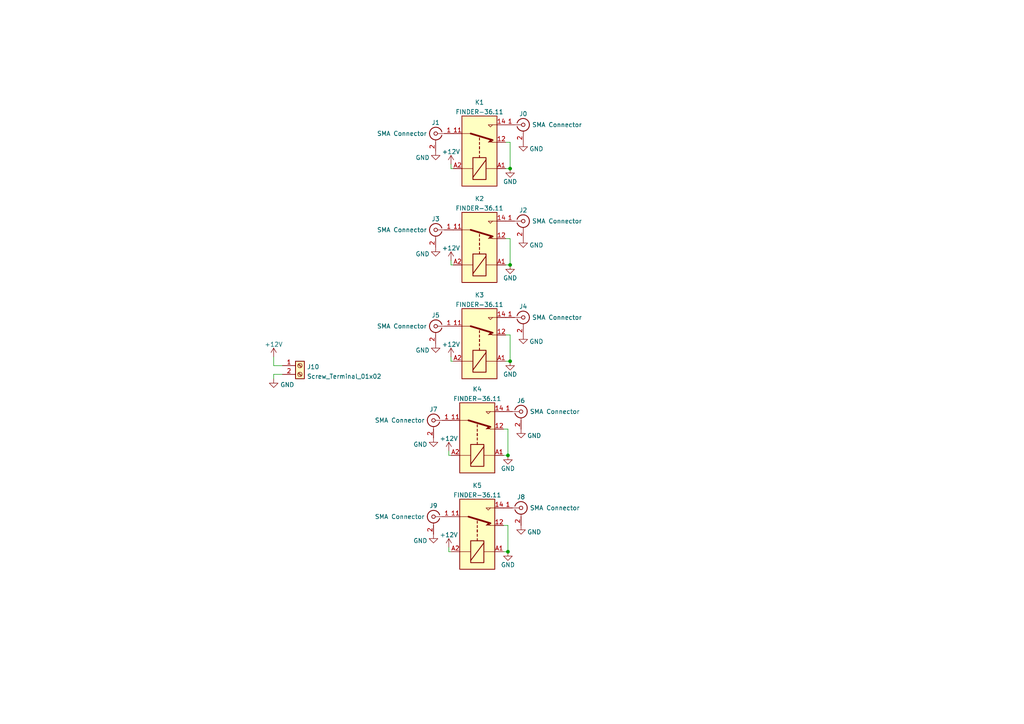
<source format=kicad_sch>
(kicad_sch (version 20211123) (generator eeschema)
  (paper "A4")
  (lib_symbols
    (symbol "Connector:Conn_Coaxial" (pin_names (offset 1.016) hide)
      (property "Reference" "J" (at 0.254 3.048 0))
      (property "Value" "SMA Connector" (at 2.921 0 90))
      (symbol "Conn_Coaxial_0_1"
        (arc (start -1.778 -0.508) (mid 0.222 -1.808) (end 1.778 0) (stroke (width 0.254)))
        (polyline (pts (xy -2.54 0) (xy -0.508 0)))
        (polyline (pts (xy 0 -2.54) (xy 0 -1.778)))
        (circle (center 0 0) (radius 0.508) (stroke (width 0.2032)))
        (arc (start 1.778 0) (mid 0.222 1.8083) (end -1.778 0.508) (stroke (width 0.254)))
      )
      (symbol "Conn_Coaxial_1_1"
        (pin passive line (at -5.08 0 0) (length 2.54) (name "In") (number "1"))
        (pin passive line (at 0 -5.08 90) (length 2.54) (name "Ext") (number "2"))
      )
    )
    (symbol "Connector:Screw_Terminal_01x02" (pin_names (offset 1.016) hide)
      (property "Reference" "J" (at 0 2.54 0))
      (property "Value" "Screw_Terminal_01x02" (at 0 -5.08 0))
      (symbol "Screw_Terminal_01x02_1_1"
        (rectangle (start -1.27 1.27) (end 1.27 -3.81) (stroke (width 0.254)) (fill (type background)))
        (circle (center 0 -2.54) (radius 0.635) (stroke (width 0.1524)))
        (polyline (pts (xy -0.5334 -2.2098) (xy 0.3302 -3.048)) (stroke (width 0.1524)))
        (polyline (pts (xy -0.5334 0.3302) (xy 0.3302 -0.508)) (stroke (width 0.1524)))
        (polyline (pts (xy -0.3556 -2.032) (xy 0.508 -2.8702)) (stroke (width 0.1524)))
        (polyline (pts (xy -0.3556 0.508) (xy 0.508 -0.3302)) (stroke (width 0.1524)))
        (circle (center 0 0) (radius 0.635) (stroke (width 0.1524)))
        (pin passive line (at -5.08 0 0) (length 3.81) (name "Pin_1") (number "1"))
        (pin passive line (at -5.08 -2.54 0) (length 3.81) (name "Pin_2") (number "2"))
      )
    )
    (symbol "Relay:FINDER-36.11"
      (property "Reference" "K" (at 11.43 3.81 0))
      (property "Value" "FINDER-36.11" (at 11.43 1.27 0))
      (symbol "FINDER-36.11_0_0"
        (polyline (pts (xy 2.54 3.81) (xy 2.54 5.08)))
        (polyline (pts (xy 7.62 3.81) (xy 7.62 5.08)))
        (polyline (pts (xy 7.62 3.81) (xy 7.62 2.54) (xy 6.985 3.175) (xy 7.62 3.81)))
      )
      (symbol "FINDER-36.11_0_1"
        (rectangle (start -10.16 5.08) (end 10.16 -5.08) (stroke (width 0.254)) (fill (type background)))
        (rectangle (start -8.255 1.905) (end -1.905 -1.905) (stroke (width 0.254)))
        (polyline (pts (xy -7.62 -1.905) (xy -2.54 1.905)) (stroke (width 0.254)))
        (polyline (pts (xy -5.08 -5.08) (xy -5.08 -1.905)))
        (polyline (pts (xy -5.08 5.08) (xy -5.08 1.905)))
        (polyline (pts (xy -1.905 0) (xy -1.27 0)) (stroke (width 0.254)))
        (polyline (pts (xy -0.635 0) (xy 0 0)) (stroke (width 0.254)))
        (polyline (pts (xy 0.635 0) (xy 1.27 0)) (stroke (width 0.254)))
        (polyline (pts (xy 0.635 0) (xy 1.27 0)) (stroke (width 0.254)))
        (polyline (pts (xy 1.905 0) (xy 2.54 0)) (stroke (width 0.254)))
        (polyline (pts (xy 3.175 0) (xy 3.81 0)) (stroke (width 0.254)))
        (polyline (pts (xy 5.08 -2.54) (xy 3.175 3.81)) (stroke (width 0.508)))
        (polyline (pts (xy 5.08 -2.54) (xy 5.08 -5.08)))
        (polyline (pts (xy 2.54 2.54) (xy 3.175 3.175) (xy 2.54 3.81)) (fill (type outline)))
      )
      (symbol "FINDER-36.11_1_1"
        (pin passive line (at 5.08 -7.62 90) (length 2.54) (name "~") (number "11"))
        (pin passive line (at 2.54 7.62 270) (length 2.54) (name "~") (number "12"))
        (pin passive line (at 7.62 7.62 270) (length 2.54) (name "~") (number "14"))
        (pin passive line (at -5.08 7.62 270) (length 2.54) (name "~") (number "A1"))
        (pin passive line (at -5.08 -7.62 90) (length 2.54) (name "~") (number "A2"))
      )
    )
    (symbol "power:+12V" (power) (pin_names (offset 0))
      (property "Value" "+12V" (at 0 3.556 0))
      (symbol "+12V_0_1"
        (polyline (pts (xy -0.762 1.27) (xy 0 2.54)))
        (polyline (pts (xy 0 0) (xy 0 2.54)))
        (polyline (pts (xy 0 2.54) (xy 0.762 1.27)))
      )
      (symbol "+12V_1_1"
        (pin power_in line (at 0 0 90) (length 0) hide (name "+12V") (number "1"))
      )
    )
    (symbol "power:GND" (power) (pin_names (offset 0))
      (property "Value" "GND" (at 0 -3.81 0))
      (symbol "GND_0_1"
        (polyline (pts (xy 0 0) (xy 0 -1.27) (xy 1.27 -1.27) (xy 0 -2.54) (xy -1.27 -1.27) (xy 0 -1.27)))
      )
      (symbol "GND_1_1"
        (pin power_in line (at 0 0 270) (length 0) hide (name "GND") (number "1"))
      )
    )
  )
  (junction (at 147.32 160.02))
  (junction (at 147.955 48.895))
  (junction (at 147.955 76.835))
  (junction (at 147.32 132.08))
  (junction (at 147.955 104.775))
  (wire (pts (xy 146.05 152.4) (xy 147.32 152.4)))
  (wire (pts (xy 130.175 130.81) (xy 130.175 132.08)))
  (wire (pts (xy 130.175 158.75) (xy 130.175 160.02)))
  (wire (pts (xy 146.05 160.02) (xy 147.32 160.02)))
  (wire (pts (xy 130.81 76.835) (xy 131.445 76.835)))
  (wire (pts (xy 146.05 124.46) (xy 147.32 124.46)))
  (wire (pts (xy 147.955 69.215) (xy 147.955 76.835)))
  (wire (pts (xy 130.81 48.895) (xy 131.445 48.895)))
  (wire (pts (xy 130.81 75.565) (xy 130.81 76.835)))
  (wire (pts (xy 130.81 104.775) (xy 131.445 104.775)))
  (wire (pts (xy 146.05 132.08) (xy 147.32 132.08)))
  (wire (pts (xy 130.175 132.08) (xy 130.81 132.08)))
  (wire (pts (xy 147.955 41.275) (xy 147.955 48.895)))
  (wire (pts (xy 81.915 108.585) (xy 79.375 108.585)))
  (wire (pts (xy 147.955 97.155) (xy 147.955 104.775)))
  (wire (pts (xy 146.685 41.275) (xy 147.955 41.275)))
  (wire (pts (xy 81.915 106.045) (xy 79.375 106.045)))
  (wire (pts (xy 146.685 104.775) (xy 147.955 104.775)))
  (wire (pts (xy 146.685 97.155) (xy 147.955 97.155)))
  (wire (pts (xy 130.81 47.625) (xy 130.81 48.895)))
  (wire (pts (xy 146.685 48.895) (xy 147.955 48.895)))
  (wire (pts (xy 146.685 69.215) (xy 147.955 69.215)))
  (wire (pts (xy 130.175 160.02) (xy 130.81 160.02)))
  (wire (pts (xy 79.375 108.585) (xy 79.375 109.855)))
  (wire (pts (xy 146.685 76.835) (xy 147.955 76.835)))
  (wire (pts (xy 147.32 124.46) (xy 147.32 132.08)))
  (wire (pts (xy 79.375 103.505) (xy 79.375 106.045)))
  (wire (pts (xy 147.32 152.4) (xy 147.32 160.02)))
  (wire (pts (xy 130.81 103.505) (xy 130.81 104.775)))
  (symbol (lib_id "power:GND") (at 151.765 69.215 0) (mirror y) (unit 1)
    (property "Reference" "#PWR05" (effects hide))
    (property "Value" "GND" (at 155.575 71.12 0))
  )
  (symbol (lib_id "power:GND") (at 147.32 132.08 0) (unit 1)
    (property "Reference" "#PWR016" (effects hide))
    (property "Value" "GND" (at 147.32 135.89 0))
  )
  (symbol (lib_id "power:+12V") (at 79.375 103.505 0) (unit 1)
    (property "Reference" "#PWR?" (effects hide))
    (property "Value" "+12V" (at 79.375 99.9005 0))
  )
  (symbol (lib_id "power:GND") (at 147.32 160.02 0) (unit 1)
    (property "Reference" "#PWR020" (effects hide))
    (property "Value" "GND" (at 147.32 163.83 0))
  )
  (symbol (lib_id "Relay:FINDER-36.11") (at 139.065 99.695 270) (mirror x) (unit 1)
    (property "Reference" "K3" (at 139.065 85.5685 90))
    (property "Value" "FINDER-36.11" (at 139.065 88.3436 90))
    (property "Footprint" "Relay_THT:Relay_SPDT_Finder_36.11" (effects hide))
    (property "Datasheet" "https://gfinder.findernet.com/public/attachments/36/EN/S36EN.pdf" (effects hide))
  )
  (symbol (lib_id "power:GND") (at 147.955 104.775 0) (unit 1)
    (property "Reference" "#PWR012" (effects hide))
    (property "Value" "GND" (at 147.955 108.585 0))
  )
  (symbol (lib_id "power:GND") (at 151.13 124.46 0) (mirror y) (unit 1)
    (property "Reference" "#PWR013" (effects hide))
    (property "Value" "GND" (at 154.94 126.365 0))
  )
  (symbol (lib_id "Connector:Conn_Coaxial") (at 126.365 38.735 0) (mirror y) (unit 1)
    (property "Reference" "J1" (at 126.365 35.56 0))
    (property "Value" "SMA Connector" (at 123.825 38.735 0) (effects (justify left)))
    (property "Footprint" "Connector_Coaxial:SMA_Amphenol_132203-12_Horizontal" (effects hide))
    (property "Datasheet" " ~" (effects hide))
  )
  (symbol (lib_id "power:GND") (at 79.375 109.855 0) (unit 1)
    (property "Reference" "#PWR?" (effects hide))
    (property "Value" "GND" (at 81.28 111.604 0) (effects (justify left)))
  )
  (symbol (lib_id "power:GND") (at 151.765 97.155 0) (mirror y) (unit 1)
    (property "Reference" "#PWR09" (effects hide))
    (property "Value" "GND" (at 155.575 99.06 0))
  )
  (symbol (lib_id "power:GND") (at 126.365 71.755 0) (unit 1)
    (property "Reference" "#PWR06" (effects hide))
    (property "Value" "GND" (at 122.555 73.66 0))
  )
  (symbol (lib_id "power:+12V") (at 130.81 75.565 0) (unit 1)
    (property "Reference" "#PWR07" (effects hide))
    (property "Value" "+12V" (at 130.81 71.9605 0))
  )
  (symbol (lib_id "Relay:FINDER-36.11") (at 138.43 154.94 270) (mirror x) (unit 1)
    (property "Reference" "K5" (at 138.43 140.8135 90))
    (property "Value" "FINDER-36.11" (at 138.43 143.5886 90))
    (property "Footprint" "Relay_THT:Relay_SPDT_Finder_36.11" (effects hide))
    (property "Datasheet" "https://gfinder.findernet.com/public/attachments/36/EN/S36EN.pdf" (effects hide))
  )
  (symbol (lib_id "Relay:FINDER-36.11") (at 139.065 43.815 270) (mirror x) (unit 1)
    (property "Reference" "K1" (at 139.065 29.6885 90))
    (property "Value" "FINDER-36.11" (at 139.065 32.4636 90))
    (property "Footprint" "Relay_THT:Relay_SPDT_Finder_36.11" (effects hide))
    (property "Datasheet" "https://gfinder.findernet.com/public/attachments/36/EN/S36EN.pdf" (effects hide))
  )
  (symbol (lib_id "power:GND") (at 151.13 152.4 0) (mirror y) (unit 1)
    (property "Reference" "#PWR017" (effects hide))
    (property "Value" "GND" (at 154.94 154.305 0))
  )
  (symbol (lib_id "Connector:Conn_Coaxial") (at 126.365 66.675 0) (mirror y) (unit 1)
    (property "Reference" "J3" (at 126.365 63.5 0))
    (property "Value" "SMA Connector" (at 123.825 66.675 0) (effects (justify left)))
    (property "Footprint" "Connector_Coaxial:SMA_Amphenol_132203-12_Horizontal" (effects hide))
    (property "Datasheet" " ~" (effects hide))
  )
  (symbol (lib_id "power:GND") (at 125.73 154.94 0) (unit 1)
    (property "Reference" "#PWR018" (effects hide))
    (property "Value" "GND" (at 121.92 156.845 0))
  )
  (symbol (lib_id "Relay:FINDER-36.11") (at 138.43 127 270) (mirror x) (unit 1)
    (property "Reference" "K4" (at 138.43 112.8735 90))
    (property "Value" "FINDER-36.11" (at 138.43 115.6486 90))
    (property "Footprint" "Relay_THT:Relay_SPDT_Finder_36.11" (effects hide))
    (property "Datasheet" "https://gfinder.findernet.com/public/attachments/36/EN/S36EN.pdf" (effects hide))
  )
  (symbol (lib_id "Connector:Conn_Coaxial") (at 126.365 94.615 0) (mirror y) (unit 1)
    (property "Reference" "J5" (at 126.365 91.44 0))
    (property "Value" "SMA Connector" (at 123.825 94.615 0) (effects (justify left)))
    (property "Footprint" "Connector_Coaxial:SMA_Amphenol_132203-12_Horizontal" (effects hide))
    (property "Datasheet" " ~" (effects hide))
  )
  (symbol (lib_id "Connector:Conn_Coaxial") (at 151.13 119.38 0) (unit 1)
    (property "Reference" "J6" (at 151.13 116.205 0))
    (property "Value" "SMA Connector" (at 153.67 119.38 0) (effects (justify left)))
    (property "Footprint" "Connector_Coaxial:SMA_Amphenol_132203-12_Horizontal" (effects hide))
    (property "Datasheet" " ~" (effects hide))
  )
  (symbol (lib_id "power:GND") (at 126.365 43.815 0) (unit 1)
    (property "Reference" "#PWR02" (effects hide))
    (property "Value" "GND" (at 122.555 45.72 0))
  )
  (symbol (lib_id "Connector:Conn_Coaxial") (at 151.765 36.195 0) (unit 1)
    (property "Reference" "J0" (at 151.765 33.02 0))
    (property "Value" "SMA Connector" (at 154.305 36.195 0) (effects (justify left)))
    (property "Footprint" "Connector_Coaxial:SMA_Amphenol_132203-12_Horizontal" (effects hide))
    (property "Datasheet" " ~" (effects hide))
  )
  (symbol (lib_id "Connector:Conn_Coaxial") (at 151.13 147.32 0) (unit 1)
    (property "Reference" "J8" (at 151.13 144.145 0))
    (property "Value" "SMA Connector" (at 153.67 147.32 0) (effects (justify left)))
    (property "Footprint" "Connector_Coaxial:SMA_Amphenol_132203-12_Horizontal" (effects hide))
    (property "Datasheet" " ~" (effects hide))
  )
  (symbol (lib_id "Connector:Conn_Coaxial") (at 151.765 64.135 0) (unit 1)
    (property "Reference" "J2" (at 151.765 60.96 0))
    (property "Value" "SMA Connector" (at 154.305 64.135 0) (effects (justify left)))
    (property "Footprint" "Connector_Coaxial:SMA_Amphenol_132203-12_Horizontal" (effects hide))
    (property "Datasheet" " ~" (effects hide))
  )
  (symbol (lib_id "power:GND") (at 147.955 48.895 0) (unit 1)
    (property "Reference" "#PWR04" (effects hide))
    (property "Value" "GND" (at 147.955 52.705 0))
  )
  (symbol (lib_id "power:+12V") (at 130.175 158.75 0) (unit 1)
    (property "Reference" "#PWR019" (effects hide))
    (property "Value" "+12V" (at 130.175 155.1455 0))
  )
  (symbol (lib_id "Relay:FINDER-36.11") (at 139.065 71.755 270) (mirror x) (unit 1)
    (property "Reference" "K2" (at 139.065 57.6285 90))
    (property "Value" "FINDER-36.11" (at 139.065 60.4036 90))
    (property "Footprint" "Relay_THT:Relay_SPDT_Finder_36.11" (effects hide))
    (property "Datasheet" "https://gfinder.findernet.com/public/attachments/36/EN/S36EN.pdf" (effects hide))
  )
  (symbol (lib_id "Connector:Screw_Terminal_01x02") (at 86.995 106.045 0) (unit 1)
    (property "Reference" "J10" (at 89.027 106.4065 0) (effects (justify left)))
    (property "Value" "Screw_Terminal_01x02" (at 89.027 109.1816 0) (effects (justify left)))
    (property "Footprint" "TerminalBlock_Phoenix:TerminalBlock_Phoenix_MKDS-1,5-2_1x02_P5.00mm_Horizontal" (effects hide))
  )
  (symbol (lib_id "power:+12V") (at 130.81 47.625 0) (unit 1)
    (property "Reference" "#PWR03" (effects hide))
    (property "Value" "+12V" (at 130.81 44.0205 0))
  )
  (symbol (lib_id "Connector:Conn_Coaxial") (at 125.73 149.86 0) (mirror y) (unit 1)
    (property "Reference" "J9" (at 125.73 146.685 0))
    (property "Value" "SMA Connector" (at 123.19 149.86 0) (effects (justify left)))
    (property "Footprint" "Connector_Coaxial:SMA_Amphenol_132203-12_Horizontal" (effects hide))
    (property "Datasheet" " ~" (effects hide))
  )
  (symbol (lib_id "Connector:Conn_Coaxial") (at 125.73 121.92 0) (mirror y) (unit 1)
    (property "Reference" "J7" (at 125.73 118.745 0))
    (property "Value" "SMA Connector" (at 123.19 121.92 0) (effects (justify left)))
    (property "Footprint" "Connector_Coaxial:SMA_Amphenol_132203-12_Horizontal" (effects hide))
    (property "Datasheet" " ~" (effects hide))
  )
  (symbol (lib_id "power:GND") (at 126.365 99.695 0) (unit 1)
    (property "Reference" "#PWR010" (effects hide))
    (property "Value" "GND" (at 122.555 101.6 0))
  )
  (symbol (lib_id "power:GND") (at 147.955 76.835 0) (unit 1)
    (property "Reference" "#PWR08" (effects hide))
    (property "Value" "GND" (at 147.955 80.645 0))
  )
  (symbol (lib_id "power:+12V") (at 130.81 103.505 0) (unit 1)
    (property "Reference" "#PWR011" (effects hide))
    (property "Value" "+12V" (at 130.81 99.9005 0))
  )
  (symbol (lib_id "power:GND") (at 151.765 41.275 0) (mirror y) (unit 1)
    (property "Reference" "#PWR01" (effects hide))
    (property "Value" "GND" (at 155.575 43.18 0))
  )
  (symbol (lib_id "Connector:Conn_Coaxial") (at 151.765 92.075 0) (unit 1)
    (property "Reference" "J4" (at 151.765 88.9 0))
    (property "Value" "SMA Connector" (at 154.305 92.075 0) (effects (justify left)))
    (property "Footprint" "Connector_Coaxial:SMA_Amphenol_132203-12_Horizontal" (effects hide))
    (property "Datasheet" " ~" (effects hide))
  )
  (symbol (lib_id "power:GND") (at 125.73 127 0) (unit 1)
    (property "Reference" "#PWR014" (effects hide))
    (property "Value" "GND" (at 121.92 128.905 0))
  )
  (symbol (lib_id "power:+12V") (at 130.175 130.81 0) (unit 1)
    (property "Reference" "#PWR015" (effects hide))
    (property "Value" "+12V" (at 130.175 127.2055 0))
  )
)
</source>
